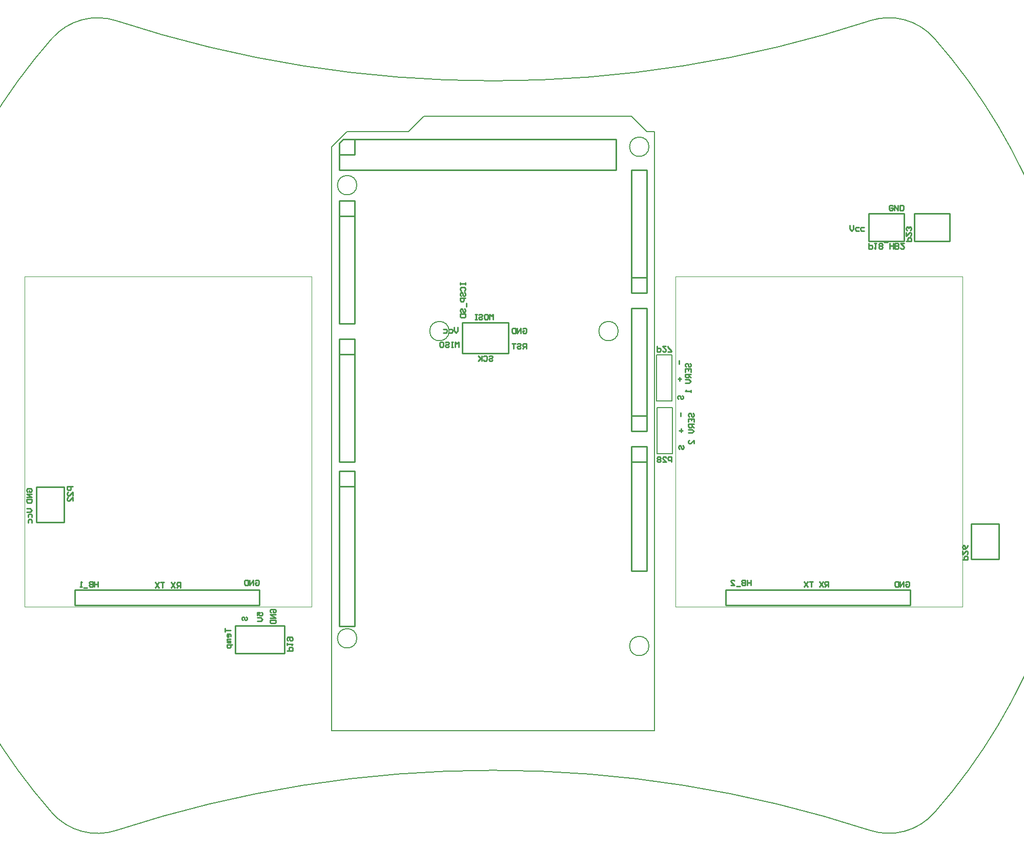
<source format=gbo>
%FSLAX23Y23*%
%MOIN*%
G70*
G01*
G75*
G04 Layer_Color=32896*
%ADD10C,0.008*%
%ADD11R,0.037X0.035*%
%ADD12R,0.037X0.035*%
%ADD13R,0.045X0.069*%
%ADD14R,0.094X0.039*%
%ADD15R,0.094X0.130*%
%ADD16R,0.047X0.047*%
%ADD17R,0.057X0.094*%
%ADD18R,0.069X0.045*%
%ADD19R,0.043X0.067*%
%ADD20R,0.047X0.047*%
%ADD21R,0.050X0.100*%
%ADD22R,0.055X0.047*%
%ADD23R,0.055X0.043*%
%ADD24R,0.067X0.043*%
%ADD25O,0.087X0.024*%
%ADD26R,0.043X0.055*%
%ADD27O,0.065X0.022*%
%ADD28O,0.022X0.065*%
%ADD29O,0.010X0.083*%
%ADD30R,0.035X0.037*%
%ADD31R,0.035X0.037*%
%ADD32O,0.024X0.087*%
%ADD33C,0.059*%
%ADD34R,0.010X0.035*%
%ADD35R,0.035X0.010*%
%ADD36C,0.010*%
%ADD37C,0.020*%
%ADD38C,0.012*%
%ADD39C,0.015*%
%ADD40C,0.005*%
%ADD41R,0.059X0.059*%
%ADD42R,0.047X0.047*%
%ADD43C,0.047*%
%ADD44R,0.059X0.059*%
%ADD45R,0.047X0.047*%
%ADD46C,0.060*%
%ADD47R,0.060X0.060*%
%ADD48C,0.063*%
%ADD49C,0.039*%
%ADD50C,0.051*%
%ADD51C,0.079*%
%ADD52C,0.024*%
%ADD53C,0.010*%
%ADD54C,0.024*%
%ADD55C,0.008*%
%ADD56C,0.004*%
%ADD57C,0.016*%
%ADD58C,0.007*%
%ADD59C,0.020*%
%ADD60C,0.006*%
%ADD61R,0.045X0.043*%
%ADD62R,0.045X0.043*%
%ADD63R,0.053X0.077*%
%ADD64R,0.102X0.047*%
%ADD65R,0.102X0.138*%
%ADD66R,0.055X0.055*%
%ADD67R,0.065X0.102*%
%ADD68R,0.077X0.053*%
%ADD69R,0.051X0.075*%
%ADD70R,0.055X0.055*%
%ADD71R,0.058X0.108*%
%ADD72R,0.063X0.055*%
%ADD73R,0.063X0.051*%
%ADD74R,0.075X0.051*%
%ADD75O,0.095X0.032*%
%ADD76R,0.051X0.063*%
%ADD77O,0.073X0.030*%
%ADD78O,0.030X0.073*%
%ADD79O,0.018X0.091*%
%ADD80R,0.043X0.045*%
%ADD81R,0.043X0.045*%
%ADD82O,0.032X0.095*%
%ADD83C,0.067*%
%ADD84R,0.018X0.043*%
%ADD85R,0.043X0.018*%
%ADD86R,0.067X0.067*%
%ADD87R,0.055X0.055*%
%ADD88C,0.055*%
%ADD89R,0.067X0.067*%
%ADD90R,0.055X0.055*%
%ADD91C,0.068*%
%ADD92R,0.068X0.068*%
%ADD93C,0.071*%
%ADD94C,0.047*%
%ADD95C,0.059*%
%ADD96C,0.087*%
%ADD97C,0.032*%
D36*
X2970Y1200D02*
Y1380D01*
X2740D02*
X2970D01*
X2740Y1200D02*
Y1380D01*
Y1200D02*
X2970D01*
X-1356Y-1482D02*
Y-1302D01*
X-1676D02*
X-1356D01*
X-1676Y-1482D02*
Y-1302D01*
Y-1482D02*
X-1356D01*
X2444Y1201D02*
X2674D01*
X2444D02*
Y1381D01*
X2674D01*
Y1201D02*
Y1381D01*
X-2790Y-629D02*
Y-399D01*
X-2970Y-629D02*
X-2790D01*
X-2970D02*
Y-399D01*
X-2790D01*
X3109Y-870D02*
Y-640D01*
X3289D01*
Y-870D02*
Y-640D01*
X3109Y-870D02*
X3289D01*
X-975Y1865D02*
X800D01*
X-1000Y1840D02*
X-975Y1865D01*
X-1000Y1665D02*
Y1840D01*
Y1765D02*
X-900D01*
Y1865D01*
X800Y1665D02*
Y1865D01*
X-1000Y565D02*
X-900D01*
Y-235D02*
Y565D01*
X-1000Y-235D02*
X-900D01*
X-1000D02*
Y565D01*
Y465D02*
X-900D01*
X-1000Y-295D02*
X-900D01*
Y-1305D02*
Y-295D01*
X-1000Y-1305D02*
X-900D01*
X-1000D02*
Y-295D01*
Y-395D02*
X-900D01*
X900Y-135D02*
X950D01*
X900Y-235D02*
Y-135D01*
Y-235D02*
X1000D01*
Y-945D02*
Y-235D01*
X900Y-945D02*
X1000D01*
X900D02*
Y-235D01*
X1000D02*
Y-135D01*
X950D02*
X1000D01*
X-1000Y1465D02*
X-900D01*
Y665D02*
Y1465D01*
X-1000Y665D02*
X-900D01*
X-1000D02*
Y1465D01*
Y1365D02*
X-900D01*
X900Y-35D02*
X1000D01*
X900D02*
Y765D01*
X1000D01*
Y-35D02*
Y765D01*
X900Y65D02*
X1000D01*
X900Y865D02*
X1000D01*
X900D02*
Y1665D01*
X1000D01*
Y865D02*
Y1665D01*
X900Y965D02*
X1000D01*
X-1000Y1665D02*
X800D01*
X100Y470D02*
Y670D01*
X-200Y470D02*
Y670D01*
Y470D02*
X100D01*
X-200Y670D02*
X100D01*
X-1521Y-1171D02*
Y-1071D01*
X-2721Y-1171D02*
X-1521D01*
X-2721Y-1071D02*
X-1521D01*
X-2721Y-1171D02*
Y-1071D01*
X1511Y-1171D02*
Y-1071D01*
X2711D01*
X1511Y-1171D02*
X2711D01*
Y-1071D01*
X1160Y-238D02*
Y-203D01*
X1143D01*
X1137Y-209D01*
Y-221D01*
X1143Y-226D01*
X1160D01*
X1102Y-238D02*
X1125D01*
X1102Y-215D01*
Y-209D01*
X1108Y-203D01*
X1119D01*
X1125Y-209D01*
X1090D02*
X1084Y-203D01*
X1073D01*
X1067Y-209D01*
Y-215D01*
X1073Y-221D01*
X1067Y-226D01*
Y-232D01*
X1073Y-238D01*
X1084D01*
X1090Y-232D01*
Y-226D01*
X1084Y-221D01*
X1090Y-215D01*
Y-209D01*
X1084Y-221D02*
X1073D01*
X1066Y516D02*
Y481D01*
X1083D01*
X1089Y487D01*
Y499D01*
X1083Y504D01*
X1066D01*
X1124Y516D02*
X1101D01*
X1124Y493D01*
Y487D01*
X1118Y481D01*
X1107D01*
X1101Y487D01*
X1136Y481D02*
X1159D01*
Y487D01*
X1136Y510D01*
Y516D01*
X3052Y-874D02*
X3087D01*
Y-857D01*
X3081Y-851D01*
X3069D01*
X3064Y-857D01*
Y-874D01*
X3052Y-816D02*
Y-839D01*
X3075Y-816D01*
X3081D01*
X3087Y-822D01*
Y-833D01*
X3081Y-839D01*
X3087Y-781D02*
X3081Y-792D01*
X3069Y-804D01*
X3058D01*
X3052Y-798D01*
Y-787D01*
X3058Y-781D01*
X3064D01*
X3069Y-787D01*
Y-804D01*
X-2735Y-398D02*
X-2770D01*
Y-415D01*
X-2764Y-421D01*
X-2752D01*
X-2747Y-415D01*
Y-398D01*
X-2735Y-456D02*
Y-433D01*
X-2758Y-456D01*
X-2764D01*
X-2770Y-450D01*
Y-439D01*
X-2764Y-433D01*
X-2735Y-491D02*
Y-468D01*
X-2758Y-491D01*
X-2764D01*
X-2770Y-485D01*
Y-474D01*
X-2764Y-468D01*
X-1340Y-1465D02*
X-1305D01*
Y-1448D01*
X-1311Y-1442D01*
X-1323D01*
X-1328Y-1448D01*
Y-1465D01*
X-1340Y-1430D02*
Y-1418D01*
Y-1424D01*
X-1305D01*
X-1311Y-1430D01*
X-1334Y-1401D02*
X-1340Y-1395D01*
Y-1383D01*
X-1334Y-1378D01*
X-1311D01*
X-1305Y-1383D01*
Y-1395D01*
X-1311Y-1401D01*
X-1317D01*
X-1323Y-1395D01*
Y-1378D01*
X2444Y1186D02*
Y1151D01*
X2461D01*
X2467Y1157D01*
Y1169D01*
X2461Y1174D01*
X2444D01*
X2479Y1186D02*
X2491D01*
X2485D01*
Y1151D01*
X2479Y1157D01*
X2508D02*
X2514Y1151D01*
X2526D01*
X2531Y1157D01*
Y1163D01*
X2526Y1169D01*
X2531Y1174D01*
Y1180D01*
X2526Y1186D01*
X2514D01*
X2508Y1180D01*
Y1174D01*
X2514Y1169D01*
X2508Y1163D01*
Y1157D01*
X2514Y1169D02*
X2526D01*
X2543Y1192D02*
X2566D01*
X2578Y1151D02*
Y1186D01*
Y1169D01*
X2601D01*
Y1151D01*
Y1186D01*
X2613Y1151D02*
Y1186D01*
X2631D01*
X2636Y1180D01*
Y1174D01*
X2631Y1169D01*
X2613D01*
X2631D01*
X2636Y1163D01*
Y1157D01*
X2631Y1151D01*
X2613D01*
X2671Y1186D02*
X2648D01*
X2671Y1163D01*
Y1157D01*
X2666Y1151D01*
X2654D01*
X2648Y1157D01*
X2685Y1200D02*
X2720D01*
Y1217D01*
X2714Y1223D01*
X2702D01*
X2697Y1217D01*
Y1200D01*
X2685Y1258D02*
Y1235D01*
X2708Y1258D01*
X2714D01*
X2720Y1252D01*
Y1241D01*
X2714Y1235D01*
Y1270D02*
X2720Y1276D01*
Y1287D01*
X2714Y1293D01*
X2708D01*
X2702Y1287D01*
Y1282D01*
Y1287D01*
X2697Y1293D01*
X2691D01*
X2685Y1287D01*
Y1276D01*
X2691Y1270D01*
X-1744Y-1320D02*
Y-1343D01*
Y-1332D01*
X-1709D01*
Y-1372D02*
Y-1361D01*
X-1715Y-1355D01*
X-1726D01*
X-1732Y-1361D01*
Y-1372D01*
X-1726Y-1378D01*
X-1721D01*
Y-1355D01*
X-1709Y-1390D02*
X-1732D01*
Y-1396D01*
X-1726Y-1402D01*
X-1709D01*
X-1726D01*
X-1732Y-1407D01*
X-1726Y-1413D01*
X-1709D01*
X-1697Y-1425D02*
X-1732D01*
Y-1442D01*
X-1726Y-1448D01*
X-1715D01*
X-1709Y-1442D01*
Y-1425D01*
X-1548Y-1011D02*
X-1542Y-1005D01*
X-1531D01*
X-1525Y-1011D01*
Y-1034D01*
X-1531Y-1040D01*
X-1542D01*
X-1548Y-1034D01*
Y-1023D01*
X-1537D01*
X-1560Y-1040D02*
Y-1005D01*
X-1583Y-1040D01*
Y-1005D01*
X-1595D02*
Y-1040D01*
X-1612D01*
X-1618Y-1034D01*
Y-1011D01*
X-1612Y-1005D01*
X-1595D01*
X-2035Y-1055D02*
Y-1020D01*
X-2052D01*
X-2058Y-1026D01*
Y-1038D01*
X-2052Y-1043D01*
X-2035D01*
X-2047D02*
X-2058Y-1055D01*
X-2070Y-1020D02*
X-2093Y-1055D01*
Y-1020D02*
X-2070Y-1055D01*
X-2140Y-1020D02*
X-2163D01*
X-2152D01*
Y-1055D01*
X-2175Y-1020D02*
X-2198Y-1055D01*
Y-1020D02*
X-2175Y-1055D01*
X-2570Y-1015D02*
Y-1050D01*
Y-1033D01*
X-2593D01*
Y-1015D01*
Y-1050D01*
X-2605Y-1015D02*
Y-1050D01*
X-2622D01*
X-2628Y-1044D01*
Y-1038D01*
X-2622Y-1033D01*
X-2605D01*
X-2622D01*
X-2628Y-1027D01*
Y-1021D01*
X-2622Y-1015D01*
X-2605D01*
X-2640Y-1056D02*
X-2663D01*
X-2675Y-1050D02*
X-2687D01*
X-2681D01*
Y-1015D01*
X-2675Y-1021D01*
X2682D02*
X2688Y-1015D01*
X2699D01*
X2705Y-1021D01*
Y-1044D01*
X2699Y-1050D01*
X2688D01*
X2682Y-1044D01*
Y-1033D01*
X2693D01*
X2670Y-1050D02*
Y-1015D01*
X2647Y-1050D01*
Y-1015D01*
X2635D02*
Y-1050D01*
X2618D01*
X2612Y-1044D01*
Y-1021D01*
X2618Y-1015D01*
X2635D01*
X2180Y-1050D02*
Y-1015D01*
X2163D01*
X2157Y-1021D01*
Y-1033D01*
X2163Y-1038D01*
X2180D01*
X2168D02*
X2157Y-1050D01*
X2145Y-1015D02*
X2122Y-1050D01*
Y-1015D02*
X2145Y-1050D01*
X2080Y-1015D02*
X2057D01*
X2068D01*
Y-1050D01*
X2045Y-1015D02*
X2022Y-1050D01*
Y-1015D02*
X2045Y-1050D01*
X1675Y-1005D02*
Y-1040D01*
Y-1023D01*
X1652D01*
Y-1005D01*
Y-1040D01*
X1640Y-1005D02*
Y-1040D01*
X1623D01*
X1617Y-1034D01*
Y-1028D01*
X1623Y-1023D01*
X1640D01*
X1623D01*
X1617Y-1017D01*
Y-1011D01*
X1623Y-1005D01*
X1640D01*
X1605Y-1046D02*
X1582D01*
X1547Y-1040D02*
X1570D01*
X1547Y-1017D01*
Y-1011D01*
X1553Y-1005D01*
X1564D01*
X1570Y-1011D01*
X-1629Y-1268D02*
X-1635Y-1262D01*
Y-1251D01*
X-1629Y-1245D01*
X-1623D01*
X-1617Y-1251D01*
Y-1262D01*
X-1612Y-1268D01*
X-1606D01*
X-1600Y-1262D01*
Y-1251D01*
X-1606Y-1245D01*
X-1535Y-1238D02*
Y-1215D01*
X-1517D01*
X-1523Y-1227D01*
Y-1232D01*
X-1517Y-1238D01*
X-1506D01*
X-1500Y-1232D01*
Y-1221D01*
X-1506Y-1215D01*
X-1535Y-1250D02*
X-1512D01*
X-1500Y-1262D01*
X-1512Y-1273D01*
X-1535D01*
X-1444Y-1218D02*
X-1450Y-1212D01*
Y-1201D01*
X-1444Y-1195D01*
X-1421D01*
X-1415Y-1201D01*
Y-1212D01*
X-1421Y-1218D01*
X-1432D01*
Y-1207D01*
X-1415Y-1230D02*
X-1450D01*
X-1415Y-1253D01*
X-1450D01*
Y-1265D02*
X-1415D01*
Y-1282D01*
X-1421Y-1288D01*
X-1444D01*
X-1450Y-1282D01*
Y-1265D01*
X1208Y400D02*
Y423D01*
X1213Y290D02*
Y313D01*
X1201Y302D02*
X1224D01*
X1256Y382D02*
X1250Y388D01*
Y399D01*
X1256Y405D01*
X1262D01*
X1268Y399D01*
Y388D01*
X1273Y382D01*
X1279D01*
X1285Y388D01*
Y399D01*
X1279Y405D01*
X1250Y347D02*
Y370D01*
X1285D01*
Y347D01*
X1268Y370D02*
Y358D01*
X1285Y335D02*
X1250D01*
Y318D01*
X1256Y312D01*
X1268D01*
X1273Y318D01*
Y335D01*
Y323D02*
X1285Y312D01*
X1250Y300D02*
X1273D01*
X1285Y288D01*
X1273Y277D01*
X1250D01*
X1285Y230D02*
Y218D01*
Y224D01*
X1250D01*
X1256Y230D01*
X1206Y172D02*
X1200Y178D01*
Y189D01*
X1206Y195D01*
X1212D01*
X1218Y189D01*
Y178D01*
X1223Y172D01*
X1229D01*
X1235Y178D01*
Y189D01*
X1229Y195D01*
X1218Y60D02*
Y83D01*
X1276Y57D02*
X1270Y63D01*
Y74D01*
X1276Y80D01*
X1282D01*
X1288Y74D01*
Y63D01*
X1293Y57D01*
X1299D01*
X1305Y63D01*
Y74D01*
X1299Y80D01*
X1270Y22D02*
Y45D01*
X1305D01*
Y22D01*
X1288Y45D02*
Y33D01*
X1305Y10D02*
X1270D01*
Y-7D01*
X1276Y-13D01*
X1288D01*
X1293Y-7D01*
Y10D01*
Y-2D02*
X1305Y-13D01*
X1270Y-25D02*
X1293D01*
X1305Y-37D01*
X1293Y-48D01*
X1270D01*
X1305Y-118D02*
Y-95D01*
X1282Y-118D01*
X1276D01*
X1270Y-112D01*
Y-101D01*
X1276Y-95D01*
X1210Y-33D02*
X1233D01*
X1222Y-21D02*
Y-44D01*
X1211Y-153D02*
X1205Y-147D01*
Y-136D01*
X1211Y-130D01*
X1217D01*
X1223Y-136D01*
Y-147D01*
X1228Y-153D01*
X1234D01*
X1240Y-147D01*
Y-136D01*
X1234Y-130D01*
X215Y500D02*
Y535D01*
X198D01*
X192Y529D01*
Y517D01*
X198Y512D01*
X215D01*
X203D02*
X192Y500D01*
X157Y529D02*
X163Y535D01*
X174D01*
X180Y529D01*
Y523D01*
X174Y517D01*
X163D01*
X157Y512D01*
Y506D01*
X163Y500D01*
X174D01*
X180Y506D01*
X145Y535D02*
X122D01*
X133D01*
Y500D01*
X192Y629D02*
X198Y635D01*
X209D01*
X215Y629D01*
Y606D01*
X209Y600D01*
X198D01*
X192Y606D01*
Y617D01*
X203D01*
X180Y600D02*
Y635D01*
X157Y600D01*
Y635D01*
X145D02*
Y600D01*
X128D01*
X122Y606D01*
Y629D01*
X128Y635D01*
X145D01*
X0Y690D02*
Y725D01*
X-12Y713D01*
X-23Y725D01*
Y690D01*
X-52Y725D02*
X-41D01*
X-35Y719D01*
Y696D01*
X-41Y690D01*
X-52D01*
X-58Y696D01*
Y719D01*
X-52Y725D01*
X-93Y719D02*
X-87Y725D01*
X-76D01*
X-70Y719D01*
Y713D01*
X-76Y707D01*
X-87D01*
X-93Y702D01*
Y696D01*
X-87Y690D01*
X-76D01*
X-70Y696D01*
X-105Y725D02*
X-117D01*
X-111D01*
Y690D01*
X-105D01*
X-117D01*
X-215Y930D02*
Y918D01*
Y924D01*
X-180D01*
Y930D01*
Y918D01*
X-209Y878D02*
X-215Y883D01*
Y895D01*
X-209Y901D01*
X-186D01*
X-180Y895D01*
Y883D01*
X-186Y878D01*
X-209Y843D02*
X-215Y848D01*
Y860D01*
X-209Y866D01*
X-203D01*
X-197Y860D01*
Y848D01*
X-192Y843D01*
X-186D01*
X-180Y848D01*
Y860D01*
X-186Y866D01*
X-180Y831D02*
X-215D01*
Y813D01*
X-209Y808D01*
X-197D01*
X-192Y813D01*
Y831D01*
X-174Y796D02*
Y773D01*
X-209Y738D02*
X-215Y743D01*
Y755D01*
X-209Y761D01*
X-203D01*
X-197Y755D01*
Y743D01*
X-192Y738D01*
X-186D01*
X-180Y743D01*
Y755D01*
X-186Y761D01*
X-215Y726D02*
X-180D01*
Y708D01*
X-186Y703D01*
X-209D01*
X-215Y708D01*
Y726D01*
X-28Y449D02*
X-22Y455D01*
X-11D01*
X-5Y449D01*
Y443D01*
X-11Y437D01*
X-22D01*
X-28Y432D01*
Y426D01*
X-22Y420D01*
X-11D01*
X-5Y426D01*
X-63Y449D02*
X-57Y455D01*
X-46D01*
X-40Y449D01*
Y426D01*
X-46Y420D01*
X-57D01*
X-63Y426D01*
X-75Y455D02*
Y420D01*
Y432D01*
X-98Y455D01*
X-81Y437D01*
X-98Y420D01*
X-225Y510D02*
Y545D01*
X-237Y533D01*
X-248Y545D01*
Y510D01*
X-260Y545D02*
X-272D01*
X-266D01*
Y510D01*
X-260D01*
X-272D01*
X-312Y539D02*
X-307Y545D01*
X-295D01*
X-289Y539D01*
Y533D01*
X-295Y527D01*
X-307D01*
X-312Y522D01*
Y516D01*
X-307Y510D01*
X-295D01*
X-289Y516D01*
X-342Y545D02*
X-330D01*
X-324Y539D01*
Y516D01*
X-330Y510D01*
X-342D01*
X-347Y516D01*
Y539D01*
X-342Y545D01*
X-230Y640D02*
Y617D01*
X-242Y605D01*
X-253Y617D01*
Y640D01*
X-288Y628D02*
X-271D01*
X-265Y622D01*
Y611D01*
X-271Y605D01*
X-288D01*
X-323Y628D02*
X-306D01*
X-300Y622D01*
Y611D01*
X-306Y605D01*
X-323D01*
X2598Y1429D02*
X2592Y1435D01*
X2581D01*
X2575Y1429D01*
Y1406D01*
X2581Y1400D01*
X2592D01*
X2598Y1406D01*
Y1417D01*
X2587D01*
X2610Y1400D02*
Y1435D01*
X2633Y1400D01*
Y1435D01*
X2645D02*
Y1400D01*
X2662D01*
X2668Y1406D01*
Y1429D01*
X2662Y1435D01*
X2645D01*
X2320Y1303D02*
Y1280D01*
X2332Y1268D01*
X2343Y1280D01*
Y1303D01*
X2378Y1291D02*
X2361D01*
X2355Y1286D01*
Y1274D01*
X2361Y1268D01*
X2378D01*
X2413Y1291D02*
X2396D01*
X2390Y1286D01*
Y1274D01*
X2396Y1268D01*
X2413D01*
X-3029Y-433D02*
X-3035Y-427D01*
Y-416D01*
X-3029Y-410D01*
X-3006D01*
X-3000Y-416D01*
Y-427D01*
X-3006Y-433D01*
X-3017D01*
Y-422D01*
X-3000Y-445D02*
X-3035D01*
X-3000Y-468D01*
X-3035D01*
Y-480D02*
X-3000D01*
Y-497D01*
X-3006Y-503D01*
X-3029D01*
X-3035Y-497D01*
Y-480D01*
Y-540D02*
X-3012D01*
X-3000Y-552D01*
X-3012Y-563D01*
X-3035D01*
X-3023Y-598D02*
Y-581D01*
X-3017Y-575D01*
X-3006D01*
X-3000Y-581D01*
Y-598D01*
X-3023Y-633D02*
Y-616D01*
X-3017Y-610D01*
X-3006D01*
X-3000Y-616D01*
Y-633D01*
D40*
X-1050Y-1985D02*
X1050D01*
X900Y2015D02*
X1000Y1915D01*
X1050D01*
Y-1985D02*
Y1915D01*
X-450Y2015D02*
X900D01*
X-550Y1915D02*
X-450Y2015D01*
X-950Y1915D02*
X-550D01*
X-1050Y1815D02*
X-950Y1915D01*
X-1050Y-1985D02*
Y1815D01*
X1013D02*
G03*
X1013Y1815I-63J0D01*
G01*
X-887Y1565D02*
G03*
X-887Y1565I-63J0D01*
G01*
X-287Y615D02*
G03*
X-287Y615I-63J0D01*
G01*
X1013Y-1435D02*
G03*
X1013Y-1435I-63J0D01*
G01*
X813Y615D02*
G03*
X813Y615I-63J0D01*
G01*
X-887Y-1385D02*
G03*
X-887Y-1385I-63J0D01*
G01*
X2869Y2521D02*
G03*
X2450Y2635I-296J-260D01*
G01*
X2869Y-2521D02*
G03*
X2869Y2521I-2869J2521D01*
G01*
X2450Y-2635D02*
G03*
X2869Y-2521I123J374D01*
G01*
X2450Y-2635D02*
G03*
X-2450Y-2635I-2450J-7483D01*
G01*
X-2869Y-2521D02*
G03*
X-2450Y-2635I296J260D01*
G01*
X-2869Y2521D02*
G03*
X-2869Y-2521I2869J-2521D01*
G01*
X-2450Y2635D02*
G03*
X-2869Y2521I-123J-374D01*
G01*
X-2450Y2635D02*
G03*
X2450Y2635I2450J7483D01*
G01*
D55*
X1065Y-182D02*
Y118D01*
X1165D01*
Y-182D02*
Y118D01*
X1065Y-182D02*
X1165D01*
X1062Y161D02*
Y461D01*
X1162D01*
Y161D02*
Y461D01*
X1062Y161D02*
X1162D01*
D56*
X-3047Y-1181D02*
X-1181D01*
X-3047D02*
Y969D01*
X-1181D01*
Y-1181D02*
Y969D01*
X3051Y-1181D02*
Y969D01*
X1185D02*
X3051D01*
X1185Y-1181D02*
Y969D01*
Y-1181D02*
X3051D01*
M02*

</source>
